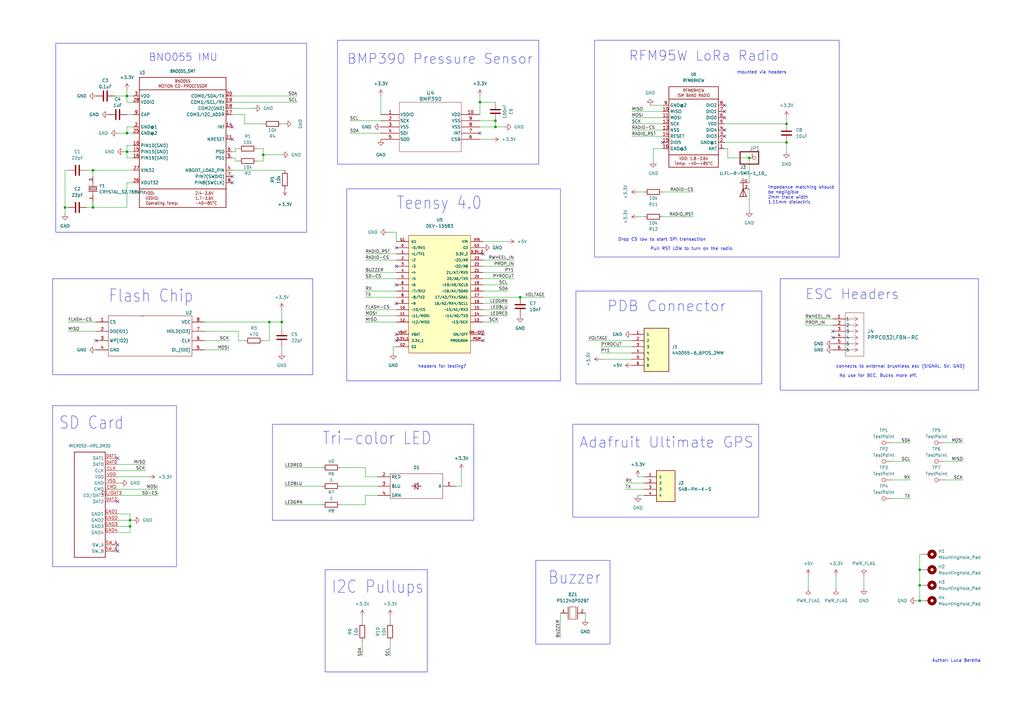
<source format=kicad_sch>
(kicad_sch (version 20230121) (generator eeschema)
  (paper "A3")
  (junction (at 307.34 64.77))
  (junction (at 52.07 62.23))
  (junction (at 213.36 121.92))
  (junction (at 26.67 85.09))
  (junction (at 52.07 54.61))
  (junction (at 115.57 132.08))
  (junction (at 322.58 58.42))
  (junction (at 110.49 132.08))
  (junction (at 196.85 41.91))
  (junction (at 377.19 246.38))
  (junction (at 53.34 215.9))
  (junction (at 38.1 69.85))
  (junction (at 377.19 233.68))
  (junction (at 107.95 63.5))
  (junction (at 203.2 49.53))
  (junction (at 203.2 52.07))
  (junction (at 322.58 50.8))
  (junction (at 53.34 213.36))
  (junction (at 377.19 240.03))
  (junction (at 52.07 39.37))
  (junction (at 38.1 85.09))
  (no_connect (at 162.56 137.16))
  (no_connect (at 297.18 43.18))
  (no_connect (at 95.25 72.39))
  (no_connect (at 196.85 54.61))
  (no_connect (at 95.25 74.93))
  (no_connect (at 48.26 187.96))
  (no_connect (at 162.56 101.6))
  (no_connect (at 297.18 53.34))
  (no_connect (at 95.25 52.07))
  (no_connect (at 39.37 139.7))
  (no_connect (at 162.56 116.84))
  (no_connect (at 297.18 55.88))
  (no_connect (at 48.26 226.06))
  (no_connect (at 162.56 124.46))
  (no_connect (at 95.25 57.15))
  (no_connect (at 341.63 138.43))
  (no_connect (at 341.63 135.89))
  (no_connect (at 198.12 137.16))
  (no_connect (at 297.18 45.72))
  (no_connect (at 297.18 48.26))
  (no_connect (at 48.26 223.52))
  (no_connect (at 48.26 205.74))
  (no_connect (at 162.56 139.7))
  (no_connect (at 198.12 139.7))
  (no_connect (at 162.56 109.22))
  (no_connect (at 198.12 104.14))
  (no_connect (at 271.78 58.42))
  (wire (pts (xy 54.61 213.36) (xy 53.34 213.36)))
  (wire (pts (xy 373.38 181.61) (xy 365.76 181.61)))
  (wire (pts (xy 394.97 189.23) (xy 387.35 189.23)))
  (wire (pts (xy 210.82 114.3) (xy 198.12 114.3)))
  (wire (pts (xy 52.07 62.23) (xy 54.61 62.23)))
  (wire (pts (xy 38.1 82.55) (xy 38.1 85.09)))
  (wire (pts (xy 297.18 50.8) (xy 322.58 50.8)))
  (wire (pts (xy 48.26 215.9) (xy 53.34 215.9)))
  (wire (pts (xy 38.1 82.55) (xy 38.1 85.09)) (stroke (width 0.1524)))
  (wire (pts (xy 139.7 191.77) (xy 142.24 191.77)))
  (wire (pts (xy 259.08 53.34) (xy 271.78 53.34)))
  (wire (pts (xy 149.86 106.68) (xy 162.56 106.68)))
  (wire (pts (xy 149.86 195.58) (xy 154.94 195.58)) (stroke (width 0.1524)))
  (wire (pts (xy 148.59 269.24) (xy 148.59 265.43)) (stroke (width 0.1524)))
  (wire (pts (xy 27.94 85.09) (xy 26.67 85.09)) (stroke (width 0.1524)))
  (wire (pts (xy 240.03 251.46) (xy 240.03 254)) (stroke (width 0.1524)))
  (wire (pts (xy 64.77 203.2) (xy 48.26 203.2)))
  (wire (pts (xy 213.36 121.92) (xy 223.52 121.92)))
  (wire (pts (xy 259.08 55.88) (xy 271.78 55.88)))
  (wire (pts (xy 96.52 66.04) (xy 97.79 66.04)))
  (wire (pts (xy 161.29 142.24) (xy 162.56 142.24)))
  (wire (pts (xy 354.33 236.22) (xy 354.33 241.3)))
  (wire (pts (xy 115.57 50.8) (xy 116.84 50.8)))
  (wire (pts (xy 208.28 119.38) (xy 198.12 119.38)))
  (wire (pts (xy 59.69 190.5) (xy 48.26 190.5)))
  (wire (pts (xy 149.86 191.77) (xy 149.86 195.58)) (stroke (width 0.1524)))
  (wire (pts (xy 198.12 121.92) (xy 213.36 121.92)))
  (wire (pts (xy 284.48 88.9) (xy 271.78 88.9)))
  (wire (pts (xy 116.84 199.39) (xy 132.08 199.39)) (stroke (width 0.1524)))
  (wire (pts (xy 100.33 50.8) (xy 100.33 46.99)))
  (wire (pts (xy 53.34 218.44) (xy 48.26 218.44)))
  (wire (pts (xy 96.52 62.23) (xy 95.25 62.23)))
  (wire (pts (xy 148.59 262.89) (xy 148.59 265.43)))
  (wire (pts (xy 297.18 58.42) (xy 322.58 58.42)))
  (wire (pts (xy 83.82 135.89) (xy 97.79 135.89)))
  (wire (pts (xy 149.86 111.76) (xy 162.56 111.76)))
  (wire (pts (xy 96.52 60.96) (xy 96.52 62.23)))
  (wire (pts (xy 26.67 69.85) (xy 27.94 69.85)))
  (wire (pts (xy 210.82 111.76) (xy 198.12 111.76)))
  (wire (pts (xy 261.62 195.58) (xy 264.16 195.58)))
  (wire (pts (xy 139.7 207.01) (xy 142.24 207.01)))
  (wire (pts (xy 149.86 114.3) (xy 162.56 114.3)))
  (wire (pts (xy 48.26 210.82) (xy 53.34 210.82)))
  (wire (pts (xy 259.08 50.8) (xy 271.78 50.8)))
  (wire (pts (xy 261.62 203.2) (xy 264.16 203.2)))
  (wire (pts (xy 35.56 69.85) (xy 38.1 69.85)))
  (wire (pts (xy 394.97 196.85) (xy 387.35 196.85)))
  (wire (pts (xy 149.86 203.2) (xy 154.94 203.2)) (stroke (width 0.1524)))
  (wire (pts (xy 149.86 129.54) (xy 162.56 129.54)))
  (wire (pts (xy 116.84 207.01) (xy 132.08 207.01)) (stroke (width 0.1524)))
  (wire (pts (xy 93.98 139.7) (xy 83.82 139.7)))
  (wire (pts (xy 160.02 255.27) (xy 160.02 252.73)) (stroke (width 0.1524)))
  (wire (pts (xy 297.18 60.96) (xy 298.45 60.96)))
  (wire (pts (xy 50.8 62.23) (xy 52.07 62.23)))
  (wire (pts (xy 53.34 213.36) (xy 53.34 215.9)))
  (wire (pts (xy 52.07 52.07) (xy 52.07 54.61)))
  (wire (pts (xy 196.85 52.07) (xy 203.2 52.07)))
  (wire (pts (xy 27.94 135.89) (xy 39.37 135.89)))
  (wire (pts (xy 52.07 39.37) (xy 52.07 41.91)) (stroke (width 0.1524)))
  (wire (pts (xy 256.54 198.12) (xy 264.16 198.12)))
  (wire (pts (xy 26.67 69.85) (xy 26.67 85.09)) (stroke (width 0.1524)))
  (wire (pts (xy 96.52 64.77) (xy 95.25 64.77)))
  (wire (pts (xy 38.1 69.85) (xy 54.61 69.85)))
  (wire (pts (xy 59.69 193.04) (xy 48.26 193.04)))
  (wire (pts (xy 261.62 88.9) (xy 264.16 88.9)))
  (wire (pts (xy 373.38 189.23) (xy 365.76 189.23)))
  (wire (pts (xy 52.07 36.83) (xy 52.07 39.37)) (stroke (width 0.1524)))
  (wire (pts (xy 158.75 95.25) (xy 162.56 95.25)))
  (wire (pts (xy 330.2 130.81) (xy 341.63 130.81)))
  (wire (pts (xy 208.28 127) (xy 198.12 127)))
  (wire (pts (xy 115.57 127) (xy 115.57 132.08)))
  (wire (pts (xy 54.61 52.07) (xy 52.07 52.07)))
  (wire (pts (xy 208.28 124.46) (xy 198.12 124.46)))
  (wire (pts (xy 52.07 46.99) (xy 54.61 46.99)))
  (wire (pts (xy 149.86 119.38) (xy 162.56 119.38)))
  (wire (pts (xy 110.49 132.08) (xy 115.57 132.08)) (stroke (width 0.1524)))
  (wire (pts (xy 54.61 64.77) (xy 52.07 64.77)))
  (wire (pts (xy 196.85 41.91) (xy 203.2 41.91)))
  (wire (pts (xy 377.19 233.68) (xy 377.19 227.33)))
  (wire (pts (xy 97.79 139.7) (xy 97.79 135.89)))
  (wire (pts (xy 142.24 199.39) (xy 154.94 199.39)) (stroke (width 0.1524)))
  (wire (pts (xy 104.14 44.45) (xy 95.25 44.45)))
  (wire (pts (xy 107.95 60.96) (xy 107.95 63.5)))
  (wire (pts (xy 52.07 54.61) (xy 54.61 54.61)))
  (wire (pts (xy 149.86 104.14) (xy 162.56 104.14)))
  (wire (pts (xy 53.34 215.9) (xy 53.34 218.44)))
  (wire (pts (xy 110.49 139.7) (xy 110.49 132.08)) (stroke (width 0.1524)))
  (wire (pts (xy 53.34 210.82) (xy 53.34 213.36)))
  (wire (pts (xy 378.46 246.38) (xy 377.19 246.38)))
  (wire (pts (xy 48.26 213.36) (xy 53.34 213.36)))
  (wire (pts (xy 377.19 233.68) (xy 377.19 240.03)))
  (wire (pts (xy 256.54 200.66) (xy 264.16 200.66)))
  (wire (pts (xy 208.28 99.06) (xy 198.12 99.06)))
  (wire (pts (xy 121.92 39.37) (xy 95.25 39.37)))
  (wire (pts (xy 267.97 60.96) (xy 271.78 60.96)))
  (wire (pts (xy 142.24 191.77) (xy 149.86 191.77)) (stroke (width 0.1524)))
  (wire (pts (xy 54.61 41.91) (xy 52.07 41.91)) (stroke (width 0.1524)))
  (wire (pts (xy 139.7 199.39) (xy 142.24 199.39)))
  (wire (pts (xy 38.1 72.39) (xy 38.1 69.85)) (stroke (width 0.1524)))
  (wire (pts (xy 298.45 60.96) (xy 298.45 64.77)))
  (wire (pts (xy 203.2 52.07) (xy 203.2 49.53)))
  (wire (pts (xy 203.2 49.53) (xy 196.85 49.53)))
  (wire (pts (xy 142.24 207.01) (xy 149.86 207.01)) (stroke (width 0.1524)))
  (wire (pts (xy 97.79 139.7) (xy 100.33 139.7)))
  (wire (pts (xy 38.1 85.09) (xy 52.07 85.09)))
  (wire (pts (xy 46.99 39.37) (xy 52.07 39.37)) (stroke (width 0.1524)))
  (wire (pts (xy 342.9 236.22) (xy 342.9 241.3)))
  (wire (pts (xy 107.95 63.5) (xy 107.95 66.04)))
  (wire (pts (xy 207.01 52.07) (xy 203.2 52.07)))
  (wire (pts (xy 210.82 109.22) (xy 198.12 109.22)))
  (wire (pts (xy 60.96 195.58) (xy 48.26 195.58)))
  (wire (pts (xy 116.84 191.77) (xy 132.08 191.77)) (stroke (width 0.1524)))
  (wire (pts (xy 27.94 132.08) (xy 39.37 132.08)))
  (wire (pts (xy 204.47 132.08) (xy 198.12 132.08)))
  (wire (pts (xy 149.86 132.08) (xy 162.56 132.08)))
  (wire (pts (xy 35.56 85.09) (xy 38.1 85.09)) (stroke (width 0.1524)))
  (wire (pts (xy 93.98 143.51) (xy 83.82 143.51)))
  (wire (pts (xy 394.97 181.61) (xy 387.35 181.61)))
  (wire (pts (xy 196.85 41.91) (xy 196.85 46.99)))
  (wire (pts (xy 26.67 85.09) (xy 26.67 87.63)) (stroke (width 0.1524)))
  (wire (pts (xy 52.07 62.23) (xy 52.07 64.77)))
  (wire (pts (xy 284.48 78.74) (xy 271.78 78.74)))
  (wire (pts (xy 330.2 133.35) (xy 341.63 133.35)))
  (wire (pts (xy 52.07 59.69) (xy 52.07 62.23)))
  (wire (pts (xy 210.82 106.68) (xy 198.12 106.68)))
  (wire (pts (xy 107.95 50.8) (xy 100.33 50.8)))
  (wire (pts (xy 143.51 54.61) (xy 156.21 54.61)))
  (wire (pts (xy 148.59 255.27) (xy 148.59 252.73)) (stroke (width 0.1524)))
  (wire (pts (xy 261.62 78.74) (xy 264.16 78.74)))
  (wire (pts (xy 48.26 54.61) (xy 52.07 54.61)))
  (wire (pts (xy 373.38 196.85) (xy 365.76 196.85)))
  (wire (pts (xy 96.52 66.04) (xy 96.52 64.77)))
  (wire (pts (xy 229.87 251.46) (xy 229.87 261.62)) (stroke (width 0.1524)))
  (wire (pts (xy 161.29 144.78) (xy 161.29 142.24)))
  (wire (pts (xy 156.21 39.37) (xy 156.21 46.99)))
  (wire (pts (xy 201.93 57.15) (xy 196.85 57.15)))
  (wire (pts (xy 107.95 139.7) (xy 110.49 139.7)) (stroke (width 0.1524)))
  (wire (pts (xy 298.45 64.77) (xy 307.34 64.77)))
  (wire (pts (xy 107.95 63.5) (xy 115.57 63.5)))
  (wire (pts (xy 100.33 46.99) (xy 95.25 46.99)))
  (wire (pts (xy 365.76 204.47) (xy 373.38 204.47)))
  (wire (pts (xy 107.95 66.04) (xy 105.41 66.04)))
  (wire (pts (xy 246.38 147.32) (xy 259.08 147.32)))
  (wire (pts (xy 83.82 132.08) (xy 110.49 132.08)) (stroke (width 0.1524)))
  (wire (pts (xy 105.41 60.96) (xy 107.95 60.96)))
  (wire (pts (xy 115.57 144.78) (xy 115.57 142.24)))
  (wire (pts (xy 266.7 43.18) (xy 271.78 43.18)))
  (wire (pts (xy 52.07 74.93) (xy 52.07 85.09)) (stroke (width 0.1524)))
  (wire (pts (xy 115.57 132.08) (xy 115.57 134.62)) (stroke (width 0.1524)))
  (wire (pts (xy 322.58 48.26) (xy 322.58 50.8)))
  (wire (pts (xy 259.08 48.26) (xy 271.78 48.26)))
  (wire (pts (xy 377.19 233.68) (xy 378.46 233.68)))
  (wire (pts (xy 331.47 241.3) (xy 331.47 236.22)))
  (wire (pts (xy 189.23 193.04) (xy 189.23 199.39)))
  (wire (pts (xy 208.28 116.84) (xy 198.12 116.84)))
  (wire (pts (xy 52.07 74.93) (xy 54.61 74.93)) (stroke (width 0.1524)))
  (wire (pts (xy 97.79 60.96) (xy 96.52 60.96)))
  (wire (pts (xy 246.38 144.78) (xy 259.08 144.78)))
  (wire (pts (xy 307.34 64.77) (xy 307.34 74.93)))
  (wire (pts (xy 307.34 77.47) (xy 307.34 86.36)))
  (wire (pts (xy 189.23 199.39) (xy 186.69 199.39)))
  (wire (pts (xy 246.38 142.24) (xy 259.08 142.24)))
  (wire (pts (xy 38.1 69.85) (xy 39.37 69.85)) (stroke (width 0.1524)))
  (wire (pts (xy 196.85 39.37) (xy 196.85 41.91)))
  (wire (pts (xy 49.53 198.12) (xy 48.26 198.12)))
  (wire (pts (xy 149.86 127) (xy 162.56 127)))
  (wire (pts (xy 54.61 59.69) (xy 52.07 59.69)))
  (wire (pts (xy 149.86 121.92) (xy 162.56 121.92)))
  (wire (pts (xy 259.08 45.72) (xy 271.78 45.72)))
  (wire (pts (xy 208.28 129.54) (xy 198.12 129.54)))
  (wire (pts (xy 149.86 207.01) (xy 149.86 203.2)) (stroke (width 0.1524)))
  (wire (pts (xy 267.97 60.96) (xy 267.97 66.04)))
  (wire (pts (xy 143.51 49.53) (xy 156.21 49.53)))
  (wire (pts (xy 121.92 41.91) (xy 95.25 41.91)))
  (wire (pts (xy 378.46 227.33) (xy 377.19 227.33)))
  (wire (pts (xy 160.02 262.89) (xy 160.02 269.24)))
  (wire (pts (xy 377.19 240.03) (xy 377.19 246.38)))
  (wire (pts (xy 322.58 58.42) (xy 322.58 62.23)))
  (wire (pts (xy 162.56 95.25) (xy 162.56 99.06)))
  (wire (pts (xy 95.25 69.85) (xy 116.84 69.85)))
  (wire (pts (xy 378.46 240.03) (xy 377.19 240.03)))
  (wire (pts (xy 54.61 39.37) (xy 52.07 39.37)) (stroke (width 0.1524)))
  (wire (pts (xy 64.77 200.66) (xy 48.26 200.66)))
  (wire (pts (xy 377.19 246.38) (xy 375.92 246.38)))
  (wire (pts (xy 241.3 139.7) (xy 259.08 139.7)))
  (rectangle (start 133.35 233.68) (end 175.26 275.59))
  (rectangle (start 236.22 119.38) (end 312.42 157.48))
  (rectangle (start 21.59 114.3) (end 128.27 153.67))
  (rectangle (start 22.86 17.78) (end 125.73 95.25))
  (rectangle (start 320.04 114.3) (end 401.32 160.02))
  (rectangle (start 142.24 77.47) (end 229.87 156.21))
  (rectangle (start 219.71 229.87) (end 250.19 264.16))
  (rectangle (start 111.76 173.99) (end 194.31 213.36))
  (rectangle (start 234.95 173.99) (end 311.15 212.09))
  (rectangle (start 243.84 16.51) (end 344.17 105.41))
  (rectangle (start 138.43 16.51) (end 220.98 67.31))
  (rectangle (start 21.59 166.37) (end 72.39 232.41))
  (text "headers for testing?" (at 171.45 151.13 0) (effects (font (size 1.27 1.27)) (justify left bottom)))
  (text "Flash Chip" (at 44.45 124.46 0) (effects (font (size 5.08 4.318)) (justify left bottom)))
  (text "BMP390 Pressure Sensor" (at 142.24 26.67 0) (effects (font (size 4 4)) (justify left bottom)))
  (text "Teensy 4.0" (at 162.56 86.36 0) (effects (font (size 5.08 4.318)) (justify left bottom)))
  (text "Author: Luca Beretta" (at 382.27 271.78 0) (effects (font (size 1.27 1.27)) (justify left bottom)))
  (text "Buzzer" (at 224.79 240.03 0) (effects (font (size 5.08 4.318)) (justify left bottom)))
  (text "connects to external brushless esc (SIGNAL, 5V, GND)\n" (at 342.9 151.13 0) (effects (font (size 1.27 1.27)) (justify left bottom)))
  (text "SD Card" (at 24.13 176.53 0) (effects (font (size 5.08 4.318)) (justify left bottom)))
  (text "Drop CS low to start SPI transaction" (at 289.56 99.06 0) (effects (font (size 1.27 1.27)) (justify right bottom)))
  (text "ESC Headers" (at 330.2 123.19 0) (effects (font (size 4 4)) (justify left bottom)))
  (text "PDB Connector" (at 248.92 128.27 0) (effects (font (size 4.318 4.318)) (justify left bottom)))
  (text "BNO055 IMU\n" (at 60.96 25.4 0) (effects (font (size 3 3)) (justify left bottom)))
  (text "RFM95W LoRa Radio" (at 257.81 25.4 0) (effects (font (size 4 4)) (justify left bottom)))
  (text "mounted via headers" (at 302.26 30.48 0) (effects (font (size 1.27 1.27)) (justify left bottom)))
  (text "impedance matching should\nbe negligible\n2mm trace width\n1.11mm dielectric" (at 314.96 83.82 0) (effects (font (size 1.27 1.27)) (justify left bottom)))
  (text "No use for BEC, Bucks more eff." (at 344.17 154.94 0) (effects (font (size 1.27 1.27)) (justify left bottom)))
  (text "Pull RST LOW to turn on the radio" (at 266.7 102.87 0) (effects (font (size 1.27 1.27)) (justify left bottom)))
  (text "Adafruit Ultimate GPS \n" (at 237.49 184.15 0) (effects (font (size 4.318 4.318)) (justify left bottom)))
  (text "I2C Pullups" (at 135.89 243.84 0) (effects (font (size 5.08 4.318)) (justify left bottom)))
  (text "Tri-color LED" (at 132.08 182.88 0) (effects (font (size 5.08 4.318)) (justify left bottom)))
  (label "SDA" (at 208.28 119.38 180))
  (label "MISO" (at 259.08 45.72 0) (effects (font (size 1.2446 1.2446))))
  (label "SCK" (at 93.98 139.7 180) (effects (font (size 1.2446 1.2446))))
  (label "RX" (at 373.38 196.85 180) (effects (font (size 1.2446 1.2446))))
  (label "PYROCUT" (at 246.38 142.24 0))
  (label "LEDGRN" (at 116.84 207.01 0) (effects (font (size 1.2446 1.2446))))
  (label "RADIO-CS" (at 259.08 53.34 0) (effects (font (size 1.2446 1.2446))))
  (label "LEDBLU" (at 208.28 127 180) (effects (font (size 1.2446 1.2446))))
  (label "RADIO_RST" (at 284.48 88.9 180) (effects (font (size 1.2446 1.2446))))
  (label "FLASH-CS" (at 149.86 127 0))
  (label "SCK" (at 394.97 196.85 180) (effects (font (size 1.2446 1.2446))))
  (label "MISO" (at 394.97 189.23 180) (effects (font (size 1.2446 1.2446))))
  (label "PROP_IN" (at 330.2 133.35 0))
  (label "VOLTAGE" (at 241.3 139.7 0) (effects (font (size 1.2446 1.2446))))
  (label "TX" (at 149.86 121.92 0))
  (label "RWHEEL_IN" (at 330.2 130.81 0))
  (label "RADIO-CS" (at 284.48 78.74 180) (effects (font (size 1.2446 1.2446))))
  (label "TX" (at 256.54 200.66 0) (effects (font (size 1.2446 1.2446))))
  (label "MOSI" (at 394.97 181.61 180) (effects (font (size 1.2446 1.2446))))
  (label "PY1" (at 246.38 144.78 0))
  (label "MOSI" (at 93.98 143.51 180) (effects (font (size 1.2446 1.2446))))
  (label "BUZZER" (at 229.87 261.62 90) (effects (font (size 1.2446 1.2446))))
  (label "RWHEEL_IN" (at 210.82 106.68 180))
  (label "PYROCUT" (at 210.82 114.3 180))
  (label "SDA" (at 143.51 54.61 0) (effects (font (size 1.2446 1.2446))))
  (label "PY1" (at 210.82 111.76 180))
  (label "MOSI" (at 64.77 200.66 180) (effects (font (size 1.2446 1.2446))))
  (label "MISO" (at 59.69 190.5 180))
  (label "RADIO_RST" (at 149.86 104.14 0))
  (label "LEDRED" (at 208.28 129.54 180) (effects (font (size 1.2446 1.2446))))
  (label "SCK" (at 259.08 50.8 0) (effects (font (size 1.2446 1.2446))))
  (label "VOLTAGE" (at 223.52 121.92 180))
  (label "SD-CS" (at 64.77 203.2 180) (effects (font (size 1.2446 1.2446))))
  (label "MISO" (at 149.86 132.08 0))
  (label "SCL" (at 143.51 49.53 0) (effects (font (size 1.2446 1.2446))))
  (label "LEDRED" (at 116.84 191.77 0) (effects (font (size 1.2446 1.2446))))
  (label "FLASH-CS" (at 27.94 132.08 0) (effects (font (size 1.2446 1.2446))))
  (label "SCL" (at 160.02 269.24 90) (effects (font (size 1.2446 1.2446))))
  (label "LEDBLU" (at 116.84 199.39 0) (effects (font (size 1.2446 1.2446))))
  (label "RX" (at 149.86 119.38 0))
  (label "SCK" (at 204.47 132.08 180))
  (label "MOSI" (at 259.08 48.26 0) (effects (font (size 1.2446 1.2446))))
  (label "MISO" (at 27.94 135.89 0) (effects (font (size 1.2446 1.2446))))
  (label "SD-CS" (at 149.86 114.3 0) (effects (font (size 1.2446 1.2446))))
  (label "TX" (at 373.38 204.47 180) (effects (font (size 1.2446 1.2446))))
  (label "PROP_IN" (at 210.82 109.22 180))
  (label "SCL" (at 373.38 189.23 180) (effects (font (size 1.2446 1.2446))))
  (label "SCK" (at 59.69 193.04 180))
  (label "SCL" (at 121.92 41.91 180) (effects (font (size 1.2446 1.2446))))
  (label "SCL" (at 208.28 116.84 180))
  (label "LEDGRN" (at 208.28 124.46 180) (effects (font (size 1.2446 1.2446))))
  (label "SDA" (at 121.92 39.37 180) (effects (font (size 1.2446 1.2446))))
  (label "SDA" (at 148.59 269.24 90) (effects (font (size 1.2446 1.2446))))
  (label "RADIO-CS" (at 149.86 106.68 0))
  (label "MOSI" (at 149.86 129.54 0))
  (label "BUZZER" (at 149.86 111.76 0) (effects (font (size 1.2446 1.2446))))
  (label "RADIO_RST" (at 259.08 55.88 0) (effects (font (size 1.2446 1.2446))))
  (label "SDA" (at 373.38 181.61 180) (effects (font (size 1.2446 1.2446))))
  (label "RX" (at 256.54 198.12 0) (effects (font (size 1.2446 1.2446))))
  (symbol (lib_id "power:+3.3V") (at 116.84 77.47 180) (unit 1)
    (property "Reference" "#PWR016" (effects hide))
    (property "Value" "+3.3V" (at 116.84 83.82 0))
  )
  (symbol (lib_id "Device:R") (at 267.97 88.9 90) (unit 1)
    (property "Reference" "R12" (at 267.97 93.98 90))
    (property "Value" "10k" (at 267.97 91.44 90))
    (property "Footprint" "CustomFootprintLib:0805-NO-Resistor" (effects hide))
  )
  (symbol (lib_id "power:GND") (at 322.58 62.23 0) (mirror y) (unit 1)
    (property "Reference" "#PWR043" (effects hide))
    (property "Value" "GND" (at 322.58 67.31 0))
  )
  (symbol (lib_id "power:GND") (at 259.08 137.16 270) (unit 1)
    (property "Reference" "#PWR033" (effects hide))
    (property "Value" "GND" (at 255.27 137.16 90) (effects (justify right)))
  )
  (symbol (lib_id "CustomComponents:440055-6_6POS_2MM") (at 269.24 144.78 0) (unit 1)
    (property "Reference" "J1" (at 275.59 142.24 0) (effects (justify left)))
    (property "Value" "440055-6_6POS_2MM" (at 275.59 144.78 0) (effects (justify left)))
    (property "Footprint" "CustomFootprintLib:TE_440055-6_6POS_2MM" (effects hide))
    (property "PARTREV" "R" (effects hide))
    (property "STANDARD" "Manufacturer Recommendations" (effects hide))
    (property "MANUFACTURER" "TE" (effects hide))
  )
  (symbol (lib_id "power:+3.3V") (at 201.93 57.15 270) (unit 1)
    (property "Reference" "#PWR027" (effects hide))
    (property "Value" "+3.3V" (at 205.74 57.15 90) (effects (justify left)))
  )
  (symbol (lib_id "Device:C") (at 115.57 138.43 0) (unit 1)
    (property "Reference" "C5" (at 119.38 137.16 0) (effects (justify left)))
    (property "Value" "22pF" (at 119.38 139.7 0) (effects (justify left)))
    (property "Footprint" "CustomFootprintLib:0805-NO (Capacitor)" (effects hide))
  )
  (symbol (lib_id "CustomComponents:HEADER-1X1ROUND") (at 309.88 64.77 0) (unit 1)
    (property "Reference" "JP1" (at 307.34 60.96 0) (effects (font (size 1.778 1.5113)) (justify left)))
    (property "Value" "HEADER-1X1ROUND" (effects hide))
    (property "Footprint" "CustomFootprintLib:1X01_ROUND" (effects hide))
  )
  (symbol (lib_id "power:GND") (at 198.12 101.6 90) (unit 1)
    (property "Reference" "#PWR026" (effects hide))
    (property "Value" "GND" (at 201.93 101.6 90) (effects (justify right)))
  )
  (symbol (lib_id "Device:C") (at 322.58 54.61 180) (unit 1)
    (property "Reference" "C8" (at 326.39 53.34 0) (effects (justify right)))
    (property "Value" "10uF" (at 326.39 55.88 0) (effects (justify right)))
    (property "Footprint" "CustomFootprintLib:0805-NO (Capacitor)" (effects hide))
  )
  (symbol (lib_id "power:GND") (at 39.37 39.37 270) (unit 1)
    (property "Reference" "#PWR02" (effects hide))
    (property "Value" "GND" (at 35.56 39.37 90) (effects (justify right)))
  )
  (symbol (lib_id "Connector:TestPoint") (at 387.35 196.85 90) (unit 1)
    (property "Reference" "TP7" (at 384.048 191.77 90))
    (property "Value" "TestPoint" (at 384.048 194.31 90))
    (property "Footprint" "TestPoint:TestPoint_Pad_D1.0mm" (effects hide))
  )
  (symbol (lib_id "power:GND") (at 115.57 144.78 0) (unit 1)
    (property "Reference" "#PWR014" (effects hide))
    (property "Value" "GND" (at 115.57 149.86 0))
  )
  (symbol (lib_id "power:GND") (at 115.57 63.5 90) (unit 1)
    (property "Reference" "#PWR012" (effects hide))
    (property "Value" "GND" (at 119.38 63.5 90) (effects (justify right)))
  )
  (symbol (lib_id "CustomComponents:U.FL-R-SMT-1_10_") (at 304.8 77.47 180) (unit 1)
    (property "Reference" "J3" (at 304.8 68.58 0))
    (property "Value" "U.FL-R-SMT-1_10_" (at 304.8 71.12 0))
    (property "Footprint" "CustomFootprintLib:CONN1_UFL-R_HIR" (effects hide))
    (property "DESCRIPTION" "U.FL Series 6 Ghz 50 Ohm Ultra-small SMT Coaxial Cable Receptacle" (effects hide))
    (property "PACKAGE" "None" (effects hide))
    (property "PRICE" "0.71 USD" (effects hide))
    (property "STANDARD" "Manufacturer Recommendation" (effects hide))
    (property "MP" "U.FL-R-SMT-1_10_" (effects hide))
    (property "AVAILABILITY" "Good" (effects hide))
    (property "MANUFACTURER" "Hirose" (effects hide))
  )
  (symbol (lib_id "power:+3.3V") (at 189.23 193.04 0) (unit 1)
    (property "Reference" "#PWR025" (effects hide))
    (property "Value" "+3.3V" (at 189.23 187.96 0))
  )
  (symbol (lib_id "power:GND") (at 48.26 54.61 270) (unit 1)
    (property "Reference" "#PWR05" (effects hide))
    (property "Value" "GND" (at 44.45 54.61 90) (effects (justify right)))
  )
  (symbol (lib_id "CustomComponents:Diffused_RGB_(tri-color)_LED_-_Common_Anode") (at 160.02 185.42 0) (unit 1)
    (property "Reference" "D1" (at 170.815 191.77 0))
    (property "Value" "TRI-COLOR LED" (effects hide))
    (property "Footprint" "CustomFootprintLib:LED_D5.0mm-4_RGB" (effects hide))
  )
  (symbol (lib_id "Device:R") (at 160.02 259.08 180) (unit 1)
    (property "Reference" "R10" (at 154.94 259.08 90))
    (property "Value" "10k" (at 157.48 259.08 90))
    (property "Footprint" "CustomFootprintLib:0805-NO-Resistor" (effects hide))
  )
  (symbol (lib_id "power:GND") (at 341.63 143.51 270) (unit 1)
    (property "Reference" "#PWR046" (effects hide))
    (property "Value" "GND" (at 337.82 143.51 90) (effects (justify right)))
  )
  (symbol (lib_id "power:+5V") (at 208.28 99.06 270) (unit 1)
    (property "Reference" "#PWR029" (effects hide))
    (property "Value" "+5V" (at 212.09 99.06 90) (effects (justify left)))
  )
  (symbol (lib_id "CustomComponents:S4B-PH-K-S_LF__SN_") (at 271.78 198.12 0) (unit 1)
    (property "Reference" "J2" (at 278.13 198.12 0) (effects (justify left)))
    (property "Value" "S4B-PH-K-S" (at 278.13 200.66 0) (effects (justify left)))
    (property "Footprint" "CustomFootprintLib:JST_S4B-PH-K-S_LF__SN_" (effects hide))
    (property "Datasheet" "https://www.jst-mfg.com/product/pdf/eng/ePH.pdf" (effects hide))
    (property "STANDARD" "Manufacturer Recommendation" (effects hide))
    (property "MANUFACTURER" "JST" (effects hide))
  )
  (symbol (lib_id "Mechanical:MountingHole_Pad") (at 381 233.68 270) (unit 1)
    (property "Reference" "H2" (at 384.81 232.41 90) (effects (justify left)))
    (property "Value" "MountingHole_Pad" (at 384.81 234.95 90) (effects (justify left)))
    (property "Footprint" "MountingHole:MountingHole_3mm_Pad" (effects hide))
  )
  (symbol (lib_id "Device:C") (at 31.75 85.09 90) (unit 1)
    (property "Reference" "C2" (at 31.75 77.47 90))
    (property "Value" "22pF" (at 31.75 80.01 90))
    (property "Footprint" "CustomFootprintLib:0805-NO (Capacitor)" (effects hide))
  )
  (symbol (lib_id "power:GND") (at 116.84 50.8 90) (unit 1)
    (property "Reference" "#PWR015" (effects hide))
    (property "Value" "GND" (at 123.19 50.8 0))
  )
  (symbol (lib_id "power:PWR_FLAG") (at 342.9 241.3 0) (mirror x) (unit 1)
    (property "Reference" "#FLG02" (effects hide))
    (property "Value" "PWR_FLAG" (at 342.9 246.38 0))
  )
  (symbol (lib_id "power:GND") (at 240.03 254 0) (unit 1)
    (property "Reference" "#PWR031" (effects hide))
    (property "Value" "GND" (at 240.03 259.08 0))
  )
  (symbol (lib_id "CustomComponents:BMP390") (at 156.21 46.99 0) (unit 1)
    (property "Reference" "U4" (at 176.53 38.1 0) (effects (font (size 1.524 1.524))))
    (property "Value" "BMP390" (at 176.53 40.64 0) (effects (font (size 1.524 1.524))))
    (property "Footprint" "CustomFootprintLib:LGA10_BMP390_BOS" (effects hide))
    (property "Datasheet" "BMP390" (effects hide))
  )
  (symbol (lib_id "power:GND") (at 307.34 86.36 0) (mirror y) (unit 1)
    (property "Reference" "#PWR041" (effects hide))
    (property "Value" "GND" (at 307.34 91.44 0))
  )
  (symbol (lib_id "Device:C") (at 43.18 39.37 90) (unit 1)
    (property "Reference" "C3" (at 43.18 33.02 90))
    (property "Value" "0.1uF" (at 43.18 35.56 90))
    (property "Footprint" "CustomFootprintLib:0805-NO (Capacitor)" (effects hide))
  )
  (symbol (lib_id "CustomComponents:PS1240P02BT") (at 234.95 251.46 0) (unit 1)
    (property "Reference" "BZ1" (at 234.95 243.84 0))
    (property "Value" "PS1240P02BT" (at 234.95 246.38 0))
    (property "Footprint" "CustomFootprintLib:BUZZER_XDCR_PS1240P02BT" (effects hide))
    (property "MF" "TDK" (effects hide))
    (property "MAXIMUM_PACKAGE_HEIGHT" "7.0mm" (effects hide))
    (property "PACKAGE" "SIP-5 TDK" (effects hide))
    (property "PRICE" "None" (effects hide))
    (property "MP" "PS1240P02CT3" (effects hide))
    (property "AVAILABILITY" "Unavailable" (effects hide))
    (property "DESCRIPTION" "Buzzers Transducer, Externally Driven Piezo 3V 4kHz 60dB @ 3V, 10cm Through Hole PC Pins" (effects hide))
  )
  (symbol (lib_id "Connector:TestPoint") (at 365.76 181.61 90) (unit 1)
    (property "Reference" "TP1" (at 362.458 176.53 90))
    (property "Value" "TestPoint" (at 362.458 179.07 90))
    (property "Footprint" "TestPoint:TestPoint_Pad_D1.0mm" (effects hide))
  )
  (symbol (lib_id "power:GND") (at 104.14 44.45 90) (unit 1)
    (property "Reference" "#PWR011" (effects hide))
    (property "Value" "GND" (at 107.95 44.45 90) (effects (justify right)))
  )
  (symbol (lib_id "Connector:TestPoint") (at 365.76 189.23 90) (unit 1)
    (property "Reference" "TP2" (at 362.458 184.15 90))
    (property "Value" "TestPoint" (at 362.458 186.69 90))
    (property "Footprint" "TestPoint:TestPoint_Pad_D1.0mm" (effects hide))
  )
  (symbol (lib_id "Connector:TestPoint") (at 365.76 196.85 90) (unit 1)
    (property "Reference" "TP3" (at 362.458 191.77 90))
    (property "Value" "TestPoint" (at 362.458 194.31 90))
    (property "Footprint" "TestPoint:TestPoint_Pad_D1.0mm" (effects hide))
  )
  (symbol (lib_id "Device:R") (at 101.6 60.96 270) (unit 1)
    (property "Reference" "R1" (at 101.6 55.88 90))
    (property "Value" "10k" (at 101.6 58.42 90))
    (property "Footprint" "CustomFootprintLib:0805-NO-Resistor" (effects hide))
  )
  (symbol (lib_id "power:GND") (at 44.45 46.99 270) (unit 1)
    (property "Reference" "#PWR04" (effects hide))
    (property "Value" "GND" (at 40.64 46.99 90) (effects (justify right)))
  )
  (symbol (lib_id "power:GND") (at 213.36 129.54 0) (unit 1)
    (property "Reference" "#PWR030" (effects hide))
    (property "Value" "GND" (at 213.36 134.62 0))
  )
  (symbol (lib_id "CustomComponents:RFM69HCW_SMT") (at 284.48 50.8 0) (unit 1)
    (property "Reference" "U6" (at 284.48 30.48 0) (effects (font (size 1.27 1.0795))))
    (property "Value" "RFM69HCW" (at 284.48 33.02 0) (effects (font (size 1.27 1.0795))))
    (property "Footprint" "CustomFootprintLib:RFMHCW_SMT" (effects hide))
  )
  (symbol (lib_id "Connector:TestPoint") (at 387.35 189.23 90) (unit 1)
    (property "Reference" "TP6" (at 384.048 184.15 90))
    (property "Value" "TestPoint" (at 384.048 186.69 90))
    (property "Footprint" "TestPoint:TestPoint_Pad_D1.0mm" (effects hide))
  )
  (symbol (lib_id "CustomComponents:CRYSTAL_ECS-.327-12.5-34B-TR") (at 38.1 77.47 90) (unit 1)
    (property "Reference" "Y1" (at 40.64 76.2 90) (effects (justify right)))
    (property "Value" "CRYSTAL_32.768kHz" (at 40.64 78.74 90) (effects (justify right)))
    (property "Footprint" "CustomFootprintLib:CRYSTAL_ECS-.327-12.5-34B-TR" (effects hide))
    (property "MANUFACTURER" "ECS Inc." (effects hide))
    (property "STANDARD" "Manufacturer recommendations" (effects hide))
  )
  (symbol (lib_id "power:+3.3V") (at 60.96 195.58 270) (unit 1)
    (property "Reference" "#PWR010" (effects hide))
    (property "Value" "+3.3V" (at 64.77 195.58 90) (effects (justify left)))
  )
  (symbol (lib_id "power:+5V") (at 331.47 236.22 0) (mirror y) (unit 1)
    (property "Reference" "#PWR044" (effects hide))
    (property "Value" "+5V" (at 331.47 231.14 0))
  )
  (symbol (lib_id "power:PWR_FLAG") (at 331.47 241.3 0) (mirror x) (unit 1)
    (property "Reference" "#FLG01" (effects hide))
    (property "Value" "PWR_FLAG" (at 331.47 246.38 0))
  )
  (symbol (lib_id "power:GND") (at 375.92 246.38 270) (unit 1)
    (property "Reference" "#PWR049" (effects hide))
    (property "Value" "GND" (at 372.11 246.38 90) (effects (justify right)))
  )
  (symbol (lib_id "power:+3.3V") (at 261.62 195.58 0) (unit 1)
    (property "Reference" "#PWR037" (effects hide))
    (property "Value" "+3.3V" (at 261.62 190.5 0))
  )
  (symbol (lib_id "Mechanical:MountingHole_Pad") (at 381 246.38 270) (unit 1)
    (property "Reference" "H4" (at 384.81 245.11 90) (effects (justify left)))
    (property "Value" "MountingHole_Pad" (at 384.81 247.65 90) (effects (justify left)))
    (property "Footprint" "MountingHole:MountingHole_3mm_Pad" (effects hide))
  )
  (symbol (lib_id "power:GND") (at 49.53 198.12 90) (unit 1)
    (property "Reference" "#PWR08" (effects hide))
    (property "Value" "GND" (at 53.34 198.12 90) (effects (justify right)))
  )
  (symbol (lib_id "CustomComponents:PPPC032LFBN-RC") (at 341.63 130.81 0) (unit 1)
    (property "Reference" "J4" (at 355.6 135.89 0) (effects (font (size 1.524 1.524)) (justify left)))
    (property "Value" "PPPC032LFBN-RC" (at 355.6 138.43 0) (effects (font (size 1.524 1.524)) (justify left)))
    (property "Footprint" "CustomFootprintLib:SULLINS_PPPC032LFBN-RC_2x3_header" (effects hide))
    (property "Datasheet" "https://cdn.harwin.com/pdfs/Harwin_Datasheet-INDESS.pdf" (effects hide))
  )
  (symbol (lib_id "power:+3.3V") (at 322.58 48.26 0) (mirror y) (unit 1)
    (property "Reference" "#PWR042" (effects hide))
    (property "Value" "+3.3V" (at 322.58 43.18 0))
  )
  (symbol (lib_id "power:+3.3V") (at 156.21 39.37 0) (unit 1)
    (property "Reference" "#PWR018" (effects hide))
    (property "Value" "+3.3V" (at 156.21 34.29 0))
  )
  (symbol (lib_id "power:GND") (at 261.62 203.2 0) (unit 1)
    (property "Reference" "#PWR038" (effects hide))
    (property "Value" "GND" (at 261.62 208.28 0))
  )
  (symbol (lib_id "CustomComponents:W25Q64JV") (at 60.96 124.46 0) (unit 1)
    (property "Reference" "U2" (at 77.47 128.27 0))
    (property "Value" "~" (at 58.42 129.54 0))
    (property "Footprint" "CustomFootprintLib:W25Q64JVSSIQ" (effects hide))
    (property "Datasheet" "https://www.winbond.com/hq/support/documentation/?__locale=en&line=/product/code-storage-flash-memory/index.html&family=/product/code-storage-flash-memory/serial-nor-flash/index.html&pno=W25Q64JV&category=/.categories/resources/datasheet/" (effects hide))
  )
  (symbol (lib_id "power:GND") (at 50.8 62.23 270) (unit 1)
    (property "Reference" "#PWR06" (effects hide))
    (property "Value" "GND" (at 46.99 62.23 90) (effects (justify right)))
  )
  (symbol (lib_id "Connector:TestPoint") (at 387.35 181.61 90) (unit 1)
    (property "Reference" "TP5" (at 384.048 176.53 90))
    (property "Value" "TestPoint" (at 384.048 179.07 90))
    (property "Footprint" "TestPoint:TestPoint_Pad_D1.0mm" (effects hide))
  )
  (symbol (lib_id "power:+3.3V") (at 52.07 36.83 0) (unit 1)
    (property "Reference" "#PWR07" (effects hide))
    (property "Value" "+3.3V" (at 52.07 31.75 0))
  )
  (symbol (lib_id "power:+3.3V") (at 342.9 236.22 0) (unit 1)
    (property "Reference" "#PWR047" (effects hide))
    (property "Value" "+3.3V" (at 342.9 231.14 0))
  )
  (symbol (lib_id "Device:R") (at 135.89 199.39 90) (unit 1)
    (property "Reference" "R7" (at 135.89 201.93 90))
    (property "Value" "1" (at 135.89 196.85 90))
    (property "Footprint" "CustomFootprintLib:0805-NO-Resistor" (effects hide))
  )
  (symbol (lib_id "Device:C") (at 203.2 45.72 0) (unit 1)
    (property "Reference" "C6" (at 209.55 45.72 90))
    (property "Value" "100nF" (at 207.01 45.72 90))
    (property "Footprint" "CustomFootprintLib:0805-NO (Capacitor)" (effects hide))
  )
  (symbol (lib_id "power:GND") (at 158.75 95.25 270) (unit 1)
    (property "Reference" "#PWR021" (effects hide))
    (property "Value" "GND" (at 154.94 95.25 90) (effects (justify right)))
  )
  (symbol (lib_id "Device:R") (at 111.76 50.8 270) (unit 1)
    (property "Reference" "R4" (at 111.76 55.88 90))
    (property "Value" "10k" (at 111.76 53.34 90))
    (property "Footprint" "CustomFootprintLib:0805-NO-Resistor" (effects hide))
  )
  (symbol (lib_id "power:+3.3V") (at 261.62 88.9 90) (mirror x) (unit 1)
    (property "Reference" "#PWR036" (effects hide))
    (property "Value" "+3.3V" (at 256.54 88.9 0))
  )
  (symbol (lib_id "power:GND") (at 54.61 213.36 90) (unit 1)
    (property "Reference" "#PWR09" (effects hide))
    (property "Value" "GND" (at 58.42 213.36 90) (effects (justify right)))
  )
  (symbol (lib_id "CustomComponents:BNO055_SMT") (at 74.93 57.15 0) (unit 1)
    (property "Reference" "U3" (at 57.15 30.48 0) (effects (font (size 1.27 1.0795)) (justify left bottom)))
    (property "Value" "BNO055_SMT" (at 74.93 29.21 0) (effects (font (size 1.27 1.0795))))
    (property "Footprint" "CustomFootprintLib:BNO055_SMT" (effects hide))
  )
  (symbol (lib_id "Device:C") (at 48.26 46.99 90) (unit 1)
    (property "Reference" "C4" (at 48.26 40.64 90))
    (property "Value" "1uF" (at 48.26 43.18 90))
    (property "Footprint" "CustomFootprintLib:0805-NO (Capacitor)" (effects hide))
  )
  (symbol (lib_id "power:+5V") (at 259.08 149.86 90) (unit 1)
    (property "Reference" "#PWR034" (effects hide))
    (property "Value" "+5V" (at 255.27 149.86 90) (effects (justify left)))
  )
  (symbol (lib_id "CustomComponents:DEV-15583") (at 180.34 118.11 0) (unit 1)
    (property "Reference" "U5" (at 180.34 90.17 0))
    (property "Value" "DEV-15583" (at 180.34 92.71 0))
    (property "Footprint" "CustomFootprintLib:MODULE_DEV-15583" (effects hide))
    (property "Datasheet" "https://www.pjrc.com/store/teensy40.html" (effects hide))
    (property "MF" "SparkFun Electronics" (effects hide))
    (property "MAXIMUM_PACKAGE_HEIGHT" "5.87mm" (effects hide))
    (property "Package" "None" (effects hide))
    (property "Price" "None" (effects hide))
    (property "Check_prices" "https://www.snapeda.com/parts/DEV-15583/SparkFun+Electronics/view-part/?ref=eda" (effects hide))
    (property "STANDARD" "Manufacturer Recommendations" (effects hide))
    (property "SnapEDA_Link" "https://www.snapeda.com/parts/DEV-15583/SparkFun+Electronics/view-part/?ref=snap" (effects hide))
    (property "MP" "DEV-15583" (effects hide))
    (property "Purchase-URL" "https://www.snapeda.com/api/url_track_click_mouser/?unipart_id=4001229&manufacturer=SparkFun Electronics&part_name=DEV-15583&search_term=None" (effects hide))
    (property "Description" "\nRT1062 Teensy 4.0 series ARM® Cortex®-M7 MPU Embedded Evaluation Board\n" (effects hide))
    (property "Availability" "In Stock" (effects hide))
    (property "MANUFACTURER" "Sparkfun" (effects hide))
  )
  (symbol (lib_id "Mechanical:MountingHole_Pad") (at 381 227.33 270) (unit 1)
    (property "Reference" "H1" (at 384.81 226.06 90) (effects (justify left)))
    (property "Value" "MountingHole_Pad" (at 384.81 228.6 90) (effects (justify left)))
    (property "Footprint" "MountingHole:MountingHole_3mm_Pad" (effects hide))
  )
  (symbol (lib_id "power:GND") (at 354.33 241.3 0) (unit 1)
    (property "Reference" "#PWR048" (effects hide))
    (property "Value" "GND" (at 354.33 246.38 0))
  )
  (symbol (lib_id "Mechanical:MountingHole_Pad") (at 381 240.03 270) (unit 1)
    (property "Reference" "H3" (at 384.81 238.76 90) (effects (justify left)))
    (property "Value" "MountingHole_Pad" (at 384.81 241.3 90) (effects (justify left)))
    (property "Footprint" "MountingHole:MountingHole_3mm_Pad" (effects hide))
  )
  (symbol (lib_id "power:GND") (at 26.67 87.63 0) (unit 1)
    (property "Reference" "#PWR01" (effects hide))
    (property "Value" "GND" (at 26.67 92.71 0))
  )
  (symbol (lib_id "Device:R") (at 101.6 66.04 270) (unit 1)
    (property "Reference" "R2" (at 101.6 71.12 90))
    (property "Value" "10k" (at 101.6 68.58 90))
    (property "Footprint" "CustomFootprintLib:0805-NO-Resistor" (effects hide))
  )
  (symbol (lib_id "power:+3.3V") (at 261.62 78.74 90) (mirror x) (unit 1)
    (property "Reference" "#PWR035" (effects hide))
    (property "Value" "+3.3V" (at 256.54 78.74 0))
  )
  (symbol (lib_id "Device:R") (at 135.89 191.77 90) (unit 1)
    (property "Reference" "R6" (at 135.89 194.31 90))
    (property "Value" "40" (at 135.89 189.23 90))
    (property "Footprint" "CustomFootprintLib:0805-NO-Resistor" (effects hide))
  )
  (symbol (lib_id "power:GND") (at 207.01 52.07 90) (unit 1)
    (property "Reference" "#PWR028" (effects hide))
    (property "Value" "GND" (at 210.82 52.07 90) (effects (justify right)))
  )
  (symbol (lib_id "Device:R") (at 135.89 207.01 90) (unit 1)
    (property "Reference" "R8" (at 135.89 209.55 90))
    (property "Value" "1" (at 135.89 204.47 90))
    (property "Footprint" "CustomFootprintLib:0805-NO-Resistor" (effects hide))
  )
  (symbol (lib_id "Device:R") (at 104.14 139.7 90) (unit 1)
    (property "Reference" "R3" (at 104.14 134.62 90))
    (property "Value" "470" (at 104.14 137.16 90))
    (property "Footprint" "CustomFootprintLib:0805-NO-Resistor" (effects hide))
  )
  (symbol (lib_id "power:PWR_FLAG") (at 354.33 236.22 0) (unit 1)
    (property "Reference" "#FLG03" (effects hide))
    (property "Value" "PWR_FLAG" (at 354.33 231.14 0))
  )
  (symbol (lib_id "power:+3.3V") (at 148.59 252.73 0) (unit 1)
    (property "Reference" "#PWR017" (effects hide))
    (property "Value" "+3.3V" (at 148.59 247.65 0))
  )
  (symbol (lib_id "power:GND") (at 161.29 144.78 0) (unit 1)
    (property "Reference" "#PWR023" (effects hide))
    (property "Value" "GND" (at 161.29 149.86 0))
  )
  (symbol (lib_id "Device:C") (at 213.36 125.73 180) (unit 1)
    (property "Reference" "C7" (at 217.17 124.46 0) (effects (justify right)))
    (property "Value" "10nF" (at 217.17 127 0) (effects (justify right)))
    (property "Footprint" "CustomFootprintLib:0805-NO (Capacitor)" (effects hide))
  )
  (symbol (lib_id "power:+3.3V") (at 246.38 147.32 90) (mirror x) (unit 1)
    (property "Reference" "#PWR032" (effects hide))
    (property "Value" "+3.3V" (at 241.3 147.32 0))
  )
  (symbol (lib_id "power:GND") (at 266.7 43.18 180) (unit 1)
    (property "Reference" "#PWR040" (effects hide))
    (property "Value" "GND" (at 266.7 38.1 0))
  )
  (symbol (lib_id "power:+3.3V") (at 115.57 127 0) (unit 1)
    (property "Reference" "#PWR013" (effects hide))
    (property "Value" "+3.3V" (at 115.57 121.92 0))
  )
  (symbol (lib_id "power:GND") (at 156.21 57.15 0) (unit 1)
    (property "Reference" "#PWR020" (effects hide))
    (property "Value" "GND" (at 156.21 63.5 0))
  )
  (symbol (lib_id "power:GND") (at 156.21 52.07 270) (unit 1)
    (property "Reference" "#PWR019" (effects hide))
    (property "Value" "GND" (at 152.4 52.07 90) (effects (justify right)))
  )
  (symbol (lib_id "Device:C") (at 31.75 69.85 90) (unit 1)
    (property "Reference" "C1" (at 31.75 62.23 90))
    (property "Value" "22pF" (at 31.75 64.77 90))
    (property "Footprint" "CustomFootprintLib:0805-NO (Capacitor)" (effects hide))
  )
  (symbol (lib_id "power:+3.3V") (at 160.02 252.73 0) (unit 1)
    (property "Reference" "#PWR022" (effects hide))
    (property "Value" "+3.3V" (at 160.02 247.65 0))
  )
  (symbol (lib_id "Device:R") (at 148.59 259.08 180) (unit 1)
    (property "Reference" "R9" (at 143.51 259.08 90))
    (property "Value" "10k" (at 146.05 259.08 90))
    (property "Footprint" "CustomFootprintLib:0805-NO-Resistor" (effects hide))
  )
  (symbol (lib_id "power:GND") (at 267.97 66.04 0) (mirror y) (unit 1)
    (property "Reference" "#PWR039" (effects hide))
    (property "Value" "GND" (at 267.97 71.12 0))
  )
  (symbol (lib_id "power:GND") (at 39.37 143.51 270) (unit 1)
    (property "Reference" "#PWR03" (effects hide))
    (property "Value" "GND" (at 35.56 143.51 90) (effects (justify right)))
  )
  (symbol (lib_id "Device:R") (at 116.84 73.66 180) (unit 1)
    (property "Reference" "R5" (at 111.76 73.66 90))
    (property "Value" "10k" (at 114.3 73.66 90))
    (property "Footprint" "CustomFootprintLib:0805-NO-Resistor" (effects hide))
  )
  (symbol (lib_id "Device:R") (at 267.97 78.74 90) (unit 1)
    (property "Reference" "R11" (at 267.97 83.82 90))
    (property "Value" "10k" (at 267.97 81.28 90))
    (property "Footprint" "CustomFootprintLib:0805-NO-Resistor" (effects hide))
  )
  (symbol (lib_id "Connector:TestPoint") (at 365.76 204.47 90) (unit 1)
    (property "Reference" "TP4" (at 362.458 199.39 90))
    (property "Value" "TestPoint" (at 362.458 201.93 90))
    (property "Footprint" "TestPoint:TestPoint_Pad_D1.0mm" (effects hide))
  )
  (symbol (lib_id "power:+3.3V") (at 196.85 39.37 0) (unit 1)
    (property "Reference" "#PWR024" (effects hide))
    (property "Value" "+3.3V" (at 196.85 34.29 0))
  )
  (symbol (lib_id "power:GND") (at 341.63 140.97 270) (unit 1)
    (property "Reference" "#PWR045" (effects hide))
    (property "Value" "GND" (at 337.82 140.97 90) (effects (justify right)))
  )
  (symbol (lib_id "CustomComponents:MICROSD-HRS_DM3D") (at 30.48 210.82 0) (unit 1)
    (property "Reference" "U1" (effects hide))
    (property "Value" "MICROSD-HRS_DM3D" (at 36.83 182.88 0) (effects (font (size 1.27 1.0795))))
    (property "Footprint" "CustomFootprintLib:MICROSD-HRS_DM3D" (effects hide))
  )
)
</source>
